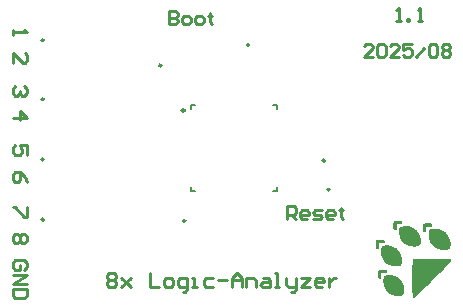
<source format=gto>
G04*
G04 #@! TF.GenerationSoftware,Altium Limited,Altium Designer,24.3.1 (35)*
G04*
G04 Layer_Color=65535*
%FSLAX25Y25*%
%MOIN*%
G70*
G04*
G04 #@! TF.SameCoordinates,57CFF2C1-F6F0-495B-A43E-250286006A87*
G04*
G04*
G04 #@! TF.FilePolarity,Positive*
G04*
G01*
G75*
%ADD10C,0.00984*%
%ADD11C,0.01000*%
%ADD12C,0.00787*%
G36*
X146063Y31825D02*
X146205D01*
X146324Y31801D01*
X146371D01*
X146418Y31777D01*
X146584Y31659D01*
X146655Y31540D01*
X146703Y31446D01*
Y31398D01*
Y31232D01*
X146655Y31090D01*
X146584Y30996D01*
X146561Y30948D01*
X146371Y30806D01*
X144784D01*
Y29124D01*
X144594Y28958D01*
X144429Y28840D01*
X144286Y28792D01*
X144192Y28769D01*
X144144D01*
X144002Y28840D01*
X143884Y28934D01*
X143813Y29029D01*
X143789Y29077D01*
X143765Y29171D01*
X143742Y29290D01*
X143718Y29361D01*
Y29408D01*
Y29527D01*
X143694Y29669D01*
Y29953D01*
Y30095D01*
Y30214D01*
Y30285D01*
Y30308D01*
Y30616D01*
Y30853D01*
X143718Y31067D01*
Y31209D01*
Y31303D01*
X143742Y31374D01*
Y31422D01*
X143813Y31588D01*
X143907Y31683D01*
X143978Y31754D01*
X144002Y31777D01*
X144097Y31801D01*
X144263Y31825D01*
X144452D01*
X144665Y31848D01*
X145850D01*
X146063Y31825D01*
D02*
G37*
G36*
X155965Y31019D02*
X156108D01*
X156226Y30996D01*
X156273D01*
X156321Y30972D01*
X156416Y30924D01*
X156487Y30853D01*
X156581Y30735D01*
X156629Y30640D01*
Y30593D01*
Y30522D01*
Y30427D01*
X156558Y30285D01*
X156487Y30190D01*
X156439Y30143D01*
X156297Y29977D01*
X154663D01*
Y28366D01*
X154497Y28200D01*
X154426Y28129D01*
X154355Y28082D01*
X154212Y28034D01*
X154070D01*
X153904Y28105D01*
X153786Y28200D01*
X153715Y28271D01*
X153691Y28319D01*
X153668Y28390D01*
X153644Y28508D01*
X153620Y28603D01*
Y28650D01*
Y28769D01*
Y28887D01*
Y29195D01*
Y29313D01*
Y29432D01*
Y29503D01*
Y29527D01*
Y29835D01*
Y30072D01*
Y30261D01*
X153644Y30403D01*
Y30498D01*
Y30569D01*
Y30616D01*
X153715Y30759D01*
X153786Y30877D01*
X153881Y30924D01*
X153904Y30948D01*
X153999Y30972D01*
X154165Y30996D01*
X154355Y31019D01*
X154568Y31043D01*
X155752D01*
X155965Y31019D01*
D02*
G37*
G36*
X148598Y30119D02*
X148906Y30072D01*
X149167Y30024D01*
X149261Y30000D01*
X149332Y29977D01*
X149356Y29953D01*
X149380D01*
X149830Y29787D01*
X150233Y29598D01*
X150588Y29384D01*
X150896Y29171D01*
X151133Y28958D01*
X151299Y28792D01*
X151417Y28697D01*
X151441Y28650D01*
X151654Y28413D01*
X151844Y28176D01*
X151986Y27963D01*
X152128Y27774D01*
X152223Y27608D01*
X152294Y27489D01*
X152317Y27395D01*
X152341Y27371D01*
X152531Y26897D01*
X152602Y26660D01*
X152673Y26447D01*
X152720Y26281D01*
X152744Y26115D01*
X152767Y26021D01*
Y25997D01*
X152815Y25760D01*
X152838Y25594D01*
Y25499D01*
Y25452D01*
Y25310D01*
Y25120D01*
X152815Y24978D01*
Y24954D01*
Y24931D01*
X152791Y24718D01*
X152767Y24528D01*
X152744Y24386D01*
X152720Y24268D01*
Y24196D01*
X152696Y24149D01*
Y24102D01*
X152649Y23983D01*
X152578Y23889D01*
X152531Y23817D01*
X152507Y23794D01*
X152388Y23723D01*
X152270Y23652D01*
X152175Y23628D01*
X152151Y23604D01*
X152057Y23581D01*
X151962Y23557D01*
X151749Y23486D01*
X151630Y23462D01*
X151535D01*
X151488Y23438D01*
X151464D01*
X151251Y23391D01*
X151109Y23344D01*
X150991Y23320D01*
X150446D01*
X150067Y23344D01*
X149688Y23415D01*
X149380Y23486D01*
X149095Y23557D01*
X148858Y23628D01*
X148669Y23699D01*
X148574Y23723D01*
X148527Y23746D01*
X148219Y23912D01*
X147911Y24078D01*
X147627Y24268D01*
X147390Y24457D01*
X147177Y24599D01*
X147034Y24741D01*
X146940Y24836D01*
X146892Y24860D01*
X146608Y25168D01*
X146371Y25499D01*
X146181Y25855D01*
X146016Y26163D01*
X145897Y26471D01*
X145802Y26684D01*
X145779Y26779D01*
X145755Y26850D01*
X145731Y26873D01*
Y26897D01*
X145637Y27371D01*
X145566Y27797D01*
X145542Y28200D01*
X145566Y28532D01*
X145589Y28840D01*
X145613Y29053D01*
X145660Y29195D01*
Y29242D01*
X145708Y29384D01*
X145755Y29503D01*
X145850Y29645D01*
X145921Y29740D01*
X145945Y29764D01*
X146039Y29811D01*
X146181Y29858D01*
X146490Y29953D01*
X146632Y30000D01*
X146750Y30048D01*
X146845Y30072D01*
X146869D01*
X147342Y30143D01*
X147792Y30166D01*
X148195D01*
X148598Y30119D01*
D02*
G37*
G36*
X140283Y25476D02*
X140377Y25452D01*
X140449D01*
X140496Y25428D01*
X140662Y25333D01*
X140733Y25215D01*
X140780Y25120D01*
Y25073D01*
Y24907D01*
X140733Y24765D01*
X140662Y24670D01*
X140638Y24623D01*
X140449Y24457D01*
X138838D01*
Y22775D01*
X138648Y22633D01*
X138577Y22562D01*
X138506Y22514D01*
X138364Y22443D01*
X138222D01*
X138056Y22514D01*
X137961Y22609D01*
X137890Y22704D01*
X137866Y22751D01*
X137843Y22822D01*
X137819Y22941D01*
X137795Y23012D01*
Y23059D01*
Y23178D01*
Y23320D01*
Y23628D01*
Y23770D01*
Y23865D01*
Y23959D01*
Y23983D01*
Y24291D01*
Y24528D01*
X137819Y24741D01*
Y24883D01*
Y24978D01*
X137843Y25049D01*
Y25097D01*
X137890Y25239D01*
X137985Y25357D01*
X138056Y25405D01*
X138080Y25428D01*
X138174Y25452D01*
X138317Y25476D01*
X138506D01*
X138719Y25499D01*
X140117D01*
X140283Y25476D01*
D02*
G37*
G36*
X158003Y29290D02*
X158382Y29266D01*
X158690Y29219D01*
X158903Y29171D01*
X158998Y29148D01*
X159069D01*
X159093Y29124D01*
X159116D01*
X159543Y28982D01*
X159922Y28840D01*
X160277Y28650D01*
X160561Y28484D01*
X160798Y28319D01*
X160964Y28176D01*
X161059Y28082D01*
X161106Y28058D01*
X161343Y27797D01*
X161580Y27537D01*
X161770Y27276D01*
X161912Y27039D01*
X162054Y26826D01*
X162149Y26660D01*
X162196Y26565D01*
X162220Y26518D01*
X162362Y26210D01*
X162480Y25878D01*
X162575Y25570D01*
X162646Y25286D01*
X162717Y25026D01*
X162741Y24836D01*
X162765Y24718D01*
Y24694D01*
Y24670D01*
X162788Y24268D01*
X162765Y24054D01*
Y23865D01*
X162741Y23723D01*
Y23604D01*
X162717Y23509D01*
Y23486D01*
X162670Y23272D01*
X162622Y23083D01*
X162575Y22941D01*
X162528Y22822D01*
X162480Y22751D01*
X162457Y22704D01*
X162409Y22657D01*
X162338Y22585D01*
X162243Y22514D01*
X161983Y22420D01*
X161864Y22372D01*
X161746Y22349D01*
X161675Y22325D01*
X161651D01*
X161201Y22254D01*
X161012Y22230D01*
X160822D01*
X160656Y22207D01*
X160419D01*
X159945Y22230D01*
X159732Y22254D01*
X159543Y22301D01*
X159377Y22325D01*
X159258Y22349D01*
X159164Y22372D01*
X159140D01*
X158666Y22538D01*
X158429Y22657D01*
X158216Y22751D01*
X158027Y22846D01*
X157884Y22917D01*
X157790Y22964D01*
X157766Y22988D01*
X157529Y23130D01*
X157316Y23296D01*
X157221Y23367D01*
X157150Y23415D01*
X157103Y23438D01*
X157079Y23462D01*
X156818Y23723D01*
X156605Y23959D01*
X156534Y24078D01*
X156463Y24149D01*
X156439Y24196D01*
X156416Y24220D01*
X156226Y24504D01*
X156060Y24789D01*
X155918Y25073D01*
X155800Y25357D01*
X155705Y25570D01*
X155634Y25760D01*
X155610Y25878D01*
X155587Y25926D01*
X155515Y26281D01*
X155444Y26636D01*
X155421Y26945D01*
X155397Y27205D01*
Y27442D01*
X155421Y27632D01*
Y27726D01*
Y27774D01*
X155444Y27987D01*
X155468Y28153D01*
X155492Y28271D01*
Y28295D01*
X155539Y28437D01*
X155587Y28603D01*
X155634Y28697D01*
X155657Y28745D01*
X155729Y28863D01*
X155823Y28958D01*
X155918Y29006D01*
X155965Y29029D01*
X156202Y29100D01*
X156463Y29171D01*
X156558Y29195D01*
X156652D01*
X156700Y29219D01*
X156724D01*
X157174Y29290D01*
X157600Y29313D01*
X158003Y29290D01*
D02*
G37*
G36*
X141917Y23699D02*
X142012D01*
X142391Y23675D01*
X142557Y23652D01*
X142699Y23628D01*
X142818Y23604D01*
X142889D01*
X142936Y23581D01*
X142960D01*
X143291Y23462D01*
X143623Y23320D01*
X143742Y23249D01*
X143836Y23201D01*
X143907Y23178D01*
X143931Y23154D01*
X144310Y22964D01*
X144452Y22870D01*
X144571Y22799D01*
X144665Y22728D01*
X144736Y22680D01*
X144784Y22633D01*
X144808D01*
X145163Y22301D01*
X145329Y22112D01*
X145471Y21946D01*
X145566Y21804D01*
X145660Y21685D01*
X145708Y21614D01*
X145731Y21590D01*
X145992Y21117D01*
X146110Y20880D01*
X146205Y20667D01*
X146276Y20501D01*
X146324Y20335D01*
X146371Y20240D01*
Y20216D01*
X146466Y19980D01*
X146513Y19814D01*
X146537Y19719D01*
Y19672D01*
Y19577D01*
X146561Y19482D01*
Y19245D01*
Y19127D01*
Y19032D01*
Y18961D01*
Y18937D01*
Y18700D01*
Y18511D01*
X146537Y18321D01*
Y18179D01*
X146513Y18061D01*
Y17966D01*
X146490Y17919D01*
Y17895D01*
X146442Y17611D01*
X146371Y17421D01*
X146324Y17279D01*
X146300Y17255D01*
Y17232D01*
X146205Y17113D01*
X146110Y17042D01*
X146016Y16995D01*
X145968Y16971D01*
X145874Y16924D01*
X145755Y16900D01*
X145494Y16829D01*
X145352Y16805D01*
X145258Y16781D01*
X145187Y16758D01*
X145163D01*
X144902Y16710D01*
X144713Y16687D01*
X144429D01*
X144239Y16710D01*
X144049D01*
X143576Y16781D01*
X143125Y16900D01*
X142723Y17042D01*
X142367Y17184D01*
X142083Y17326D01*
X141870Y17445D01*
X141728Y17539D01*
X141704Y17563D01*
X141680D01*
X141325Y17848D01*
X140993Y18156D01*
X140709Y18463D01*
X140496Y18748D01*
X140330Y19008D01*
X140188Y19198D01*
X140117Y19340D01*
X140093Y19364D01*
Y19387D01*
X139880Y19861D01*
X139785Y20098D01*
X139714Y20311D01*
X139667Y20501D01*
X139619Y20643D01*
X139596Y20738D01*
Y20761D01*
X139548Y21022D01*
X139525Y21283D01*
X139501Y21496D01*
Y21685D01*
Y21851D01*
X139525Y21970D01*
Y22041D01*
Y22064D01*
X139596Y22396D01*
X139667Y22657D01*
X139690Y22751D01*
Y22822D01*
X139714Y22870D01*
Y22894D01*
X139738Y23036D01*
X139785Y23130D01*
X139809Y23225D01*
X139833Y23272D01*
X139880Y23320D01*
Y23344D01*
X139927Y23391D01*
X139975Y23438D01*
X140117Y23486D01*
X140235Y23533D01*
X140259Y23557D01*
X140283D01*
X140543Y23628D01*
X140780Y23675D01*
X140851D01*
X140922Y23699D01*
X140993D01*
X141349Y23723D01*
X141823D01*
X141917Y23699D01*
D02*
G37*
G36*
X140922Y15573D02*
X141088D01*
X141183Y15550D01*
X141254D01*
X141301Y15526D01*
X141467Y15431D01*
X141538Y15313D01*
X141586Y15218D01*
Y15170D01*
Y15076D01*
Y15005D01*
X141515Y14863D01*
X141444Y14768D01*
X141420Y14744D01*
X141254Y14555D01*
X139643D01*
Y12944D01*
X139477Y12754D01*
X139311Y12659D01*
X139169Y12612D01*
X139075Y12588D01*
X139027D01*
X138885Y12659D01*
X138767Y12778D01*
X138672Y12873D01*
X138648Y12920D01*
X138624Y12991D01*
X138601Y13110D01*
X138577Y13181D01*
Y13228D01*
Y13323D01*
Y13465D01*
Y13749D01*
Y13891D01*
Y14010D01*
Y14081D01*
Y14105D01*
Y14412D01*
Y14649D01*
X138601Y14839D01*
Y14981D01*
Y15076D01*
X138624Y15147D01*
Y15194D01*
X138696Y15336D01*
X138767Y15455D01*
X138861Y15502D01*
X138885Y15526D01*
X138980Y15550D01*
X139122Y15573D01*
X139311D01*
X139525Y15597D01*
X140709D01*
X140922Y15573D01*
D02*
G37*
G36*
X142818Y13868D02*
X142889D01*
X143173Y13820D01*
X143433Y13749D01*
X143694Y13702D01*
X143884Y13631D01*
X144073Y13583D01*
X144192Y13536D01*
X144286Y13512D01*
X144310Y13489D01*
X144760Y13275D01*
X144973Y13157D01*
X145163Y13038D01*
X145305Y12944D01*
X145423Y12849D01*
X145494Y12801D01*
X145518Y12778D01*
X145874Y12470D01*
X146181Y12138D01*
X146442Y11807D01*
X146655Y11499D01*
X146798Y11238D01*
X146916Y11001D01*
X146987Y10859D01*
X147011Y10835D01*
Y10812D01*
X147153Y10362D01*
X147271Y9935D01*
X147319Y9509D01*
X147342Y9153D01*
Y8822D01*
Y8585D01*
Y8490D01*
X147319Y8419D01*
Y8395D01*
Y8371D01*
X147271Y8087D01*
X147224Y7850D01*
X147153Y7661D01*
X147105Y7519D01*
X147034Y7400D01*
X146987Y7329D01*
X146963Y7305D01*
X146940Y7282D01*
X146821Y7187D01*
X146655Y7092D01*
X146276Y6974D01*
X146110Y6926D01*
X145968Y6903D01*
X145874Y6879D01*
X145826D01*
X145352Y6855D01*
X144902Y6879D01*
X144500Y6926D01*
X144121Y6998D01*
X143813Y7069D01*
X143599Y7140D01*
X143505Y7163D01*
X143433Y7187D01*
X143410Y7211D01*
X143386D01*
X142960Y7400D01*
X142581Y7637D01*
X142249Y7874D01*
X141965Y8111D01*
X141728Y8324D01*
X141538Y8490D01*
X141444Y8608D01*
X141396Y8656D01*
X141088Y9106D01*
X140970Y9295D01*
X140875Y9485D01*
X140804Y9627D01*
X140733Y9769D01*
X140709Y9840D01*
X140685Y9864D01*
X140520Y10362D01*
X140472Y10622D01*
X140425Y10835D01*
X140401Y11049D01*
X140377Y11191D01*
X140354Y11285D01*
Y11333D01*
X140330Y11664D01*
Y11972D01*
Y12091D01*
Y12186D01*
Y12257D01*
Y12280D01*
X140354Y12470D01*
X140377Y12636D01*
X140401Y12801D01*
X140425Y12920D01*
X140449Y13015D01*
X140472Y13086D01*
X140496Y13110D01*
Y13133D01*
X140614Y13346D01*
X140709Y13465D01*
X140804Y13536D01*
X140828Y13560D01*
X140922Y13607D01*
X141041Y13631D01*
X141349Y13725D01*
X141491Y13773D01*
X141609Y13796D01*
X141704Y13820D01*
X141728D01*
X141894Y13844D01*
X142012Y13868D01*
X142107D01*
X142202Y13891D01*
X142675D01*
X142818Y13868D01*
D02*
G37*
G36*
X159685Y19150D02*
X161983D01*
X162149Y19127D01*
X162528D01*
X162622Y19103D01*
X162670D01*
X162765Y19032D01*
X162836Y18961D01*
X162859Y18914D01*
X162883Y18890D01*
X162930Y18795D01*
X162978Y18724D01*
Y18653D01*
Y18629D01*
X162930Y18558D01*
X162836Y18416D01*
X162694Y18250D01*
X162551Y18084D01*
X162385Y17895D01*
X162243Y17753D01*
X162149Y17658D01*
X162101Y17611D01*
X161888Y17397D01*
X161627Y17137D01*
X161296Y16781D01*
X160917Y16402D01*
X160490Y16000D01*
X160064Y15550D01*
X159164Y14649D01*
X158714Y14199D01*
X158287Y13773D01*
X157908Y13394D01*
X157553Y13038D01*
X157269Y12754D01*
X157055Y12541D01*
X156913Y12399D01*
X156889Y12375D01*
X156866Y12351D01*
X156084Y11570D01*
X155397Y10883D01*
X154781Y10267D01*
X154212Y9722D01*
X153739Y9224D01*
X153312Y8798D01*
X152933Y8443D01*
X152625Y8135D01*
X152365Y7874D01*
X152151Y7661D01*
X151962Y7495D01*
X151844Y7377D01*
X151749Y7282D01*
X151678Y7211D01*
X151654Y7163D01*
X151630D01*
X151322Y6879D01*
X151085Y6666D01*
X150919Y6500D01*
X150777Y6405D01*
X150706Y6334D01*
X150635Y6311D01*
X150612Y6287D01*
X150493Y6311D01*
X150422D01*
X150327Y6334D01*
X150304Y6358D01*
X150233Y6429D01*
X150185Y6547D01*
X150114Y6832D01*
X150090Y6974D01*
X150067Y7069D01*
Y7163D01*
Y7187D01*
Y7258D01*
Y7353D01*
Y7613D01*
Y7945D01*
X150043Y8324D01*
Y8750D01*
Y9224D01*
Y10196D01*
Y10669D01*
Y11143D01*
Y11570D01*
Y11949D01*
Y12257D01*
Y12494D01*
Y12588D01*
Y12659D01*
Y12683D01*
Y12707D01*
Y13157D01*
Y13583D01*
Y13986D01*
Y14365D01*
Y15076D01*
Y15668D01*
Y16213D01*
Y16663D01*
Y17042D01*
X150067Y17374D01*
Y17634D01*
Y17848D01*
Y18013D01*
Y18132D01*
Y18227D01*
Y18274D01*
Y18321D01*
X150090Y18534D01*
X150114Y18724D01*
X150162Y18866D01*
X150209Y18961D01*
X150256Y19032D01*
X150280Y19079D01*
X150327Y19103D01*
X150446D01*
X150540Y19127D01*
X151370D01*
X151725Y19150D01*
X153052D01*
X153762Y19174D01*
X159424D01*
X159685Y19150D01*
D02*
G37*
D10*
X74114Y68701D02*
G03*
X74114Y68701I-492J0D01*
G01*
X68898Y101770D02*
Y97441D01*
X71062D01*
X71784Y98163D01*
Y98884D01*
X71062Y99606D01*
X68898D01*
X71062D01*
X71784Y100327D01*
Y101049D01*
X71062Y101770D01*
X68898D01*
X73949Y97441D02*
X75392D01*
X76113Y98163D01*
Y99606D01*
X75392Y100327D01*
X73949D01*
X73227Y99606D01*
Y98163D01*
X73949Y97441D01*
X78278D02*
X79721D01*
X80443Y98163D01*
Y99606D01*
X79721Y100327D01*
X78278D01*
X77556Y99606D01*
Y98163D01*
X78278Y97441D01*
X82607Y101049D02*
Y100327D01*
X81886D01*
X83329D01*
X82607D01*
Y98163D01*
X83329Y97441D01*
X136744Y86614D02*
X133858D01*
X136744Y89500D01*
Y90222D01*
X136023Y90943D01*
X134580D01*
X133858Y90222D01*
X138188D02*
X138909Y90943D01*
X140352D01*
X141074Y90222D01*
Y87336D01*
X140352Y86614D01*
X138909D01*
X138188Y87336D01*
Y90222D01*
X145403Y86614D02*
X142517D01*
X145403Y89500D01*
Y90222D01*
X144682Y90943D01*
X143238D01*
X142517Y90222D01*
X149732Y90943D02*
X146846D01*
Y88779D01*
X148289Y89500D01*
X149011D01*
X149732Y88779D01*
Y87336D01*
X149011Y86614D01*
X147568D01*
X146846Y87336D01*
X151175Y86614D02*
X154062Y89500D01*
X155505Y90222D02*
X156226Y90943D01*
X157669D01*
X158391Y90222D01*
Y87336D01*
X157669Y86614D01*
X156226D01*
X155505Y87336D01*
Y90222D01*
X159834D02*
X160556Y90943D01*
X161999D01*
X162720Y90222D01*
Y89500D01*
X161999Y88779D01*
X162720Y88057D01*
Y87336D01*
X161999Y86614D01*
X160556D01*
X159834Y87336D01*
Y88057D01*
X160556Y88779D01*
X159834Y89500D01*
Y90222D01*
X160556Y88779D02*
X161999D01*
X144685Y98425D02*
X146128D01*
X145407D01*
Y102754D01*
X144685Y102033D01*
X148293Y98425D02*
Y99147D01*
X149014D01*
Y98425D01*
X148293D01*
X151901D02*
X153344D01*
X152622D01*
Y102754D01*
X151901Y102033D01*
X20668Y15552D02*
X21455Y16339D01*
Y17914D01*
X20668Y18701D01*
X17519D01*
X16732Y17914D01*
Y16339D01*
X17519Y15552D01*
X19094D01*
Y17127D01*
X16732Y13978D02*
X21455D01*
X16732Y10829D01*
X21455D01*
Y9255D02*
X16732D01*
Y6894D01*
X17519Y6106D01*
X20668D01*
X21455Y6894D01*
Y9255D01*
X20668Y27559D02*
X21455Y26772D01*
Y25198D01*
X20668Y24410D01*
X19881D01*
X19094Y25198D01*
X18307Y24410D01*
X17519D01*
X16732Y25198D01*
Y26772D01*
X17519Y27559D01*
X18307D01*
X19094Y26772D01*
X19881Y27559D01*
X20668D01*
X19094Y26772D02*
Y25198D01*
X21455Y36417D02*
Y33269D01*
X20668D01*
X17519Y36417D01*
X16732D01*
X21652Y44883D02*
X20865Y46457D01*
X19291Y48031D01*
X17716D01*
X16929Y47244D01*
Y45670D01*
X17716Y44883D01*
X18503D01*
X19291Y45670D01*
Y48031D01*
X21455Y53938D02*
Y57087D01*
X19094D01*
X19881Y55512D01*
Y54725D01*
X19094Y53938D01*
X17519D01*
X16732Y54725D01*
Y56300D01*
X17519Y57087D01*
X16929Y66142D02*
X21652D01*
X19291Y68504D01*
Y65355D01*
X20668Y76772D02*
X21455Y75985D01*
Y74410D01*
X20668Y73623D01*
X19881D01*
X19094Y74410D01*
Y75197D01*
Y74410D01*
X18307Y73623D01*
X17519D01*
X16732Y74410D01*
Y75985D01*
X17519Y76772D01*
X16929Y84647D02*
Y87795D01*
X20078Y84647D01*
X20865D01*
X21652Y85434D01*
Y87008D01*
X20865Y87795D01*
X16732Y95472D02*
Y93898D01*
Y94685D01*
X21455D01*
X20668Y95472D01*
X108268Y32480D02*
Y36810D01*
X110432D01*
X111154Y36088D01*
Y34645D01*
X110432Y33923D01*
X108268D01*
X109711D02*
X111154Y32480D01*
X114762D02*
X113319D01*
X112597Y33202D01*
Y34645D01*
X113319Y35366D01*
X114762D01*
X115483Y34645D01*
Y33923D01*
X112597D01*
X116926Y32480D02*
X119091D01*
X119813Y33202D01*
X119091Y33923D01*
X117648D01*
X116926Y34645D01*
X117648Y35366D01*
X119813D01*
X123420Y32480D02*
X121977D01*
X121256Y33202D01*
Y34645D01*
X121977Y35366D01*
X123420D01*
X124142Y34645D01*
Y33923D01*
X121256D01*
X126306Y36088D02*
Y35366D01*
X125585D01*
X127028D01*
X126306D01*
Y33202D01*
X127028Y32480D01*
X48228Y13778D02*
X49016Y14565D01*
X50590D01*
X51377Y13778D01*
Y12991D01*
X50590Y12204D01*
X51377Y11417D01*
Y10630D01*
X50590Y9843D01*
X49016D01*
X48228Y10630D01*
Y11417D01*
X49016Y12204D01*
X48228Y12991D01*
Y13778D01*
X49016Y12204D02*
X50590D01*
X52951Y12991D02*
X56100Y9843D01*
X54526Y11417D01*
X56100Y12991D01*
X52951Y9843D01*
X62397Y14565D02*
Y9843D01*
X65546D01*
X67907D02*
X69481D01*
X70268Y10630D01*
Y12204D01*
X69481Y12991D01*
X67907D01*
X67120Y12204D01*
Y10630D01*
X67907Y9843D01*
X73417Y8268D02*
X74204D01*
X74991Y9055D01*
Y12991D01*
X72630D01*
X71843Y12204D01*
Y10630D01*
X72630Y9843D01*
X74991D01*
X76566D02*
X78140D01*
X77353D01*
Y12991D01*
X76566D01*
X83650D02*
X81288D01*
X80501Y12204D01*
Y10630D01*
X81288Y9843D01*
X83650D01*
X85224Y12204D02*
X88373D01*
X89947Y9843D02*
Y12991D01*
X91521Y14565D01*
X93096Y12991D01*
Y9843D01*
Y12204D01*
X89947D01*
X94670Y9843D02*
Y12991D01*
X97031D01*
X97819Y12204D01*
Y9843D01*
X100180Y12991D02*
X101754D01*
X102541Y12204D01*
Y9843D01*
X100180D01*
X99393Y10630D01*
X100180Y11417D01*
X102541D01*
X104116Y9843D02*
X105690D01*
X104903D01*
Y14565D01*
X104116D01*
X108052Y12991D02*
Y10630D01*
X108839Y9843D01*
X111200D01*
Y9055D01*
X110413Y8268D01*
X109626D01*
X111200Y9843D02*
Y12991D01*
X112774D02*
X115923D01*
X112774Y9843D01*
X115923D01*
X119859D02*
X118284D01*
X117497Y10630D01*
Y12204D01*
X118284Y12991D01*
X119859D01*
X120646Y12204D01*
Y11417D01*
X117497D01*
X122220Y12991D02*
Y9843D01*
Y11417D01*
X123007Y12204D01*
X123794Y12991D01*
X124582D01*
D11*
X74311Y31890D02*
G03*
X74311Y31890I-295J0D01*
G01*
X95571Y90551D02*
G03*
X95571Y90551I-295J0D01*
G01*
X120768Y51968D02*
G03*
X120768Y51968I-295J0D01*
G01*
X122343Y42323D02*
G03*
X122343Y42323I-295J0D01*
G01*
X27067Y32283D02*
G03*
X27067Y32283I-295J0D01*
G01*
Y52362D02*
G03*
X27067Y52362I-295J0D01*
G01*
X27067Y72441D02*
G03*
X27067Y72441I-295J0D01*
G01*
X27067Y92126D02*
G03*
X27067Y92126I-295J0D01*
G01*
X66240Y83661D02*
G03*
X66240Y83661I-295J0D01*
G01*
D12*
X76181Y70472D02*
X77559D01*
X76181Y69095D02*
Y70472D01*
X103543D02*
X104921D01*
Y69095D02*
Y70472D01*
Y41732D02*
Y43110D01*
X103543Y41732D02*
X104921D01*
X76181D02*
Y43110D01*
Y41732D02*
X77559D01*
M02*

</source>
